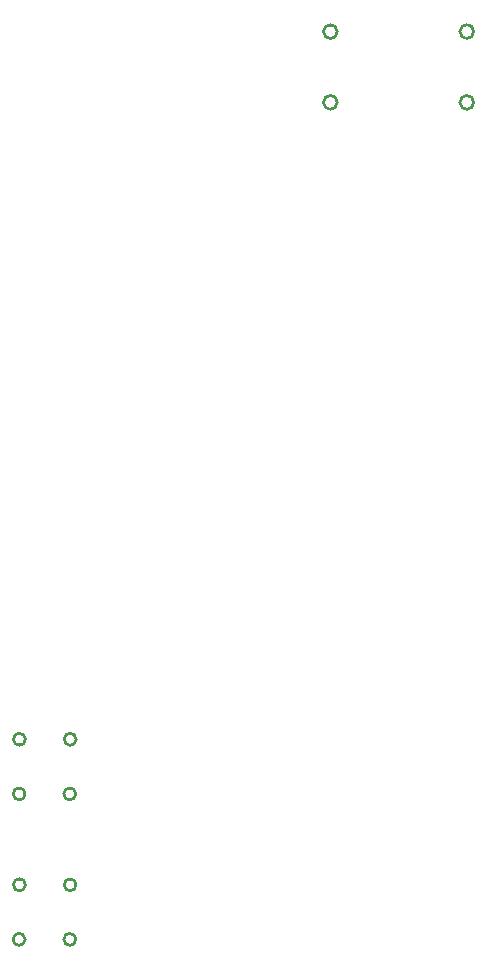
<source format=gko>
G04*
G04 #@! TF.GenerationSoftware,Altium Limited,Altium Designer,20.2.6 (244)*
G04*
G04 Layer_Color=16711935*
%FSLAX24Y24*%
%MOIN*%
G70*
G04*
G04 #@! TF.SameCoordinates,B6A14326-B2C9-468C-B45E-93355CF85A49*
G04*
G04*
G04 #@! TF.FilePolarity,Positive*
G04*
G01*
G75*
%ADD10C,0.0100*%
D10*
X39540Y22940D02*
G03*
X39540Y22940I-200J0D01*
G01*
X37850D02*
G03*
X37850Y22940I-200J0D01*
G01*
X39550Y24760D02*
G03*
X39550Y24760I-200J0D01*
G01*
X37860D02*
G03*
X37860Y24760I-200J0D01*
G01*
Y19910D02*
G03*
X37860Y19910I-200J0D01*
G01*
X39550D02*
G03*
X39550Y19910I-200J0D01*
G01*
X37850Y18090D02*
G03*
X37850Y18090I-200J0D01*
G01*
X39540D02*
G03*
X39540Y18090I-200J0D01*
G01*
X48255Y45990D02*
G03*
X48255Y45990I-230J0D01*
G01*
Y48350D02*
G03*
X48255Y48350I-230J0D01*
G01*
X52805Y45990D02*
G03*
X52805Y45990I-230J0D01*
G01*
Y48350D02*
G03*
X52805Y48350I-230J0D01*
G01*
M02*

</source>
